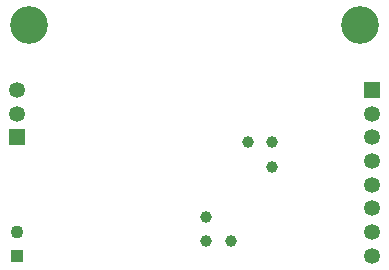
<source format=gbr>
%TF.GenerationSoftware,KiCad,Pcbnew,(6.0.10)*%
%TF.CreationDate,2024-02-10T14:34:54+01:00*%
%TF.ProjectId,TMC6300_HAL,544d4336-3330-4305-9f48-414c2e6b6963,rev?*%
%TF.SameCoordinates,Original*%
%TF.FileFunction,Soldermask,Bot*%
%TF.FilePolarity,Negative*%
%FSLAX46Y46*%
G04 Gerber Fmt 4.6, Leading zero omitted, Abs format (unit mm)*
G04 Created by KiCad (PCBNEW (6.0.10)) date 2024-02-10 14:34:54*
%MOMM*%
%LPD*%
G01*
G04 APERTURE LIST*
%ADD10R,1.350000X1.350000*%
%ADD11C,1.350000*%
%ADD12C,3.200000*%
%ADD13R,1.100000X1.100000*%
%ADD14C,1.100000*%
%ADD15C,1.000000*%
G04 APERTURE END LIST*
D10*
%TO.C,J101*%
X240050000Y-62500000D03*
D11*
X240050000Y-64500000D03*
X240050000Y-66500000D03*
X240050000Y-68500000D03*
X240050000Y-70500000D03*
X240050000Y-72500000D03*
X240050000Y-74500000D03*
X240050000Y-76500000D03*
%TD*%
D12*
%TO.C,H101*%
X211000000Y-57000000D03*
%TD*%
%TO.C,H102*%
X239000000Y-57000000D03*
%TD*%
D13*
%TO.C,J103*%
X210000000Y-76500000D03*
D14*
X210000000Y-74500000D03*
%TD*%
D11*
%TO.C,J102*%
X210000000Y-62500000D03*
X210000000Y-64500000D03*
D10*
X210000000Y-66500000D03*
%TD*%
D15*
%TO.C,TP201*%
X229500000Y-66900000D03*
%TD*%
%TO.C,TP202*%
X226000000Y-73200000D03*
%TD*%
%TO.C,TP204*%
X226000000Y-75300000D03*
%TD*%
%TO.C,TP206*%
X228100000Y-75300000D03*
%TD*%
%TO.C,TP203*%
X231600000Y-66900000D03*
%TD*%
%TO.C,TP205*%
X231600000Y-69000000D03*
%TD*%
M02*

</source>
